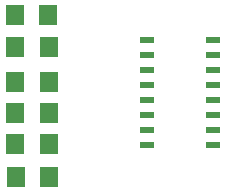
<source format=gtp>
G04 MADE WITH FRITZING*
G04 WWW.FRITZING.ORG*
G04 DOUBLE SIDED*
G04 HOLES PLATED*
G04 CONTOUR ON CENTER OF CONTOUR VECTOR*
%ASAXBY*%
%FSLAX23Y23*%
%MOIN*%
%OFA0B0*%
%SFA1.0B1.0*%
%ADD10R,0.062992X0.070984*%
%ADD11R,0.047244X0.023622*%
%LNPASTEMASK1*%
G90*
G70*
G54D10*
X72Y901D03*
X184Y901D03*
X74Y795D03*
X186Y795D03*
X73Y679D03*
X185Y679D03*
X74Y575D03*
X186Y575D03*
X73Y470D03*
X185Y470D03*
X75Y362D03*
X187Y362D03*
G54D11*
X511Y819D03*
X511Y769D03*
X511Y719D03*
X511Y669D03*
X511Y619D03*
X511Y569D03*
X511Y519D03*
X511Y469D03*
X731Y469D03*
X731Y519D03*
X731Y569D03*
X731Y619D03*
X731Y669D03*
X731Y719D03*
X731Y769D03*
X731Y819D03*
G04 End of PasteMask1*
M02*
</source>
